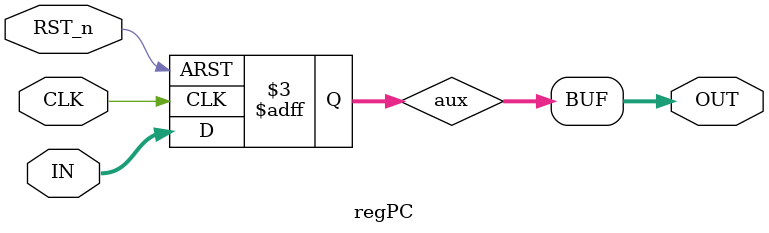
<source format=sv>
module regPC(CLK, RST_n, IN, OUT);

input CLK, RST_n;
input [31 : 0] IN;
output [31 : 0] OUT;

reg [31 : 0] aux;

assign OUT = aux;

always_ff @(posedge CLK or negedge RST_n) 
begin
	if(!RST_n)
		aux = 0;
	else 
		aux = IN;
end
endmodule 
</source>
